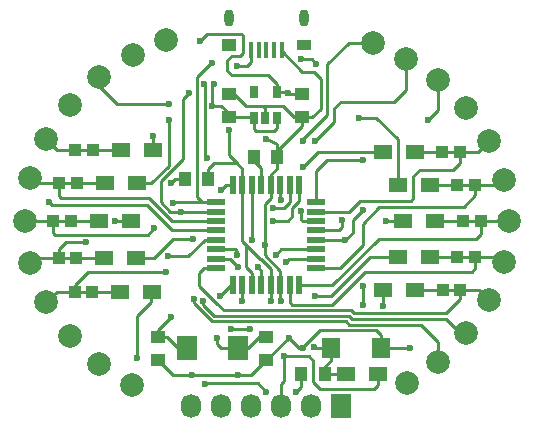
<source format=gbl>
G04 #@! TF.FileFunction,Copper,L2,Bot,Signal*
%FSLAX46Y46*%
G04 Gerber Fmt 4.6, Leading zero omitted, Abs format (unit mm)*
G04 Created by KiCad (PCBNEW 4.0.4-stable) date Thursday, 03 '03e' November '03e' 2016, 09:15:18*
%MOMM*%
%LPD*%
G01*
G04 APERTURE LIST*
%ADD10C,0.100000*%
%ADD11R,1.778000X2.032000*%
%ADD12R,0.400000X1.350000*%
%ADD13R,1.250000X1.000000*%
%ADD14R,1.250000X0.950000*%
%ADD15O,0.800000X1.450000*%
%ADD16R,0.550000X1.600000*%
%ADD17R,1.600000X0.550000*%
%ADD18R,1.727200X2.032000*%
%ADD19O,1.727200X2.032000*%
%ADD20C,2.000000*%
%ADD21R,1.500000X1.300000*%
%ADD22R,1.000000X1.250000*%
%ADD23R,0.650000X1.060000*%
%ADD24R,1.000000X1.000000*%
%ADD25R,1.600000X1.700000*%
%ADD26C,0.600000*%
%ADD27C,0.250000*%
G04 APERTURE END LIST*
D10*
D11*
X122584000Y-139975000D03*
X118266000Y-139975000D03*
D12*
X123725000Y-114775000D03*
X124374100Y-114775000D03*
X125025000Y-114775000D03*
X125674100Y-114775000D03*
X126325000Y-114775000D03*
D13*
X121825000Y-114350000D03*
D14*
X128225000Y-114350000D03*
D15*
X121825000Y-112100000D03*
X128225000Y-112100000D03*
D16*
X127800000Y-134700000D03*
X127000000Y-134700000D03*
X126200000Y-134700000D03*
X125400000Y-134700000D03*
X124600000Y-134700000D03*
X123800000Y-134700000D03*
X123000000Y-134700000D03*
X122200000Y-134700000D03*
D17*
X120750000Y-133250000D03*
X120750000Y-132450000D03*
X120750000Y-131650000D03*
X120750000Y-130850000D03*
X120750000Y-130050000D03*
X120750000Y-129250000D03*
X120750000Y-128450000D03*
X120750000Y-127650000D03*
D16*
X122200000Y-126200000D03*
X123000000Y-126200000D03*
X123800000Y-126200000D03*
X124600000Y-126200000D03*
X125400000Y-126200000D03*
X126200000Y-126200000D03*
X127000000Y-126200000D03*
X127800000Y-126200000D03*
D17*
X129250000Y-127650000D03*
X129250000Y-128450000D03*
X129250000Y-129250000D03*
X129250000Y-130050000D03*
X129250000Y-130850000D03*
X129250000Y-131650000D03*
X129250000Y-132450000D03*
X129250000Y-133250000D03*
D18*
X131350000Y-144900000D03*
D19*
X128810000Y-144900000D03*
X126270000Y-144900000D03*
X123730000Y-144900000D03*
X121190000Y-144900000D03*
X118650000Y-144900000D03*
D20*
X108375000Y-119450000D03*
X106375000Y-122300000D03*
X105025000Y-125650000D03*
X104550000Y-129225000D03*
X105025000Y-132825000D03*
X106375000Y-136150000D03*
X108375000Y-139000000D03*
X110875000Y-141375000D03*
X141950000Y-119675000D03*
X143850000Y-122500000D03*
X134075000Y-114150000D03*
X136875000Y-115525000D03*
X139525000Y-117350000D03*
X145125000Y-125750000D03*
X145575000Y-129250000D03*
X145125000Y-132700000D03*
X143875000Y-135950000D03*
X141925000Y-138775000D03*
X113725000Y-115225000D03*
X116525000Y-113925000D03*
X113675000Y-143175000D03*
X136900000Y-142950000D03*
X139550000Y-141150000D03*
X110875000Y-117100000D03*
D21*
X138850000Y-126225000D03*
X136150000Y-126225000D03*
X139325000Y-129225000D03*
X136625000Y-129225000D03*
X110850000Y-129225000D03*
X113550000Y-129225000D03*
X111300000Y-132350000D03*
X114000000Y-132350000D03*
X112650000Y-135250000D03*
X115350000Y-135250000D03*
X112725000Y-123225000D03*
X115425000Y-123225000D03*
X111350000Y-126075000D03*
X114050000Y-126075000D03*
X137600000Y-135075000D03*
X134900000Y-135075000D03*
X137575000Y-123400000D03*
X134875000Y-123400000D03*
X138850000Y-132275000D03*
X136150000Y-132275000D03*
D13*
X121875000Y-120475000D03*
X121875000Y-118475000D03*
X128050000Y-118475000D03*
X128050000Y-120475000D03*
D22*
X123950000Y-123825000D03*
X125950000Y-123825000D03*
X129950000Y-142225000D03*
X127950000Y-142225000D03*
D13*
X124975000Y-141050000D03*
X124975000Y-139050000D03*
X115850000Y-141050000D03*
X115850000Y-139050000D03*
D22*
X120125000Y-125725000D03*
X118125000Y-125725000D03*
D23*
X125900000Y-120550000D03*
X124950000Y-120550000D03*
X124000000Y-120550000D03*
X124000000Y-118350000D03*
X125900000Y-118350000D03*
D24*
X142700000Y-126175000D03*
X141200000Y-126175000D03*
X143175000Y-129225000D03*
X141675000Y-129225000D03*
X107000000Y-129225000D03*
X108500000Y-129225000D03*
X107450000Y-132375000D03*
X108950000Y-132375000D03*
X108800000Y-135250000D03*
X110300000Y-135250000D03*
X108850000Y-123225000D03*
X110350000Y-123225000D03*
X107500000Y-126075000D03*
X109000000Y-126075000D03*
X141450000Y-135075000D03*
X139950000Y-135075000D03*
X141425000Y-123400000D03*
X139925000Y-123400000D03*
X142700000Y-132275000D03*
X141200000Y-132275000D03*
D25*
X130500000Y-139975000D03*
X134700000Y-139975000D03*
D21*
X131800000Y-142225000D03*
X134500000Y-142225000D03*
D26*
X128125000Y-139975000D03*
X137200000Y-140000000D03*
X125000000Y-122275000D03*
X118750000Y-142325000D03*
X122600000Y-142300000D03*
X126260000Y-136030000D03*
X126925000Y-139125000D03*
X124875000Y-131325000D03*
X124300000Y-133175000D03*
X116975000Y-126050000D03*
X112175000Y-129250000D03*
X115450000Y-122025000D03*
X119425000Y-114050000D03*
X125425000Y-136000000D03*
X126550000Y-140725000D03*
X126850000Y-118425000D03*
X121875000Y-121525000D03*
X120840000Y-139200000D03*
X123000000Y-136000000D03*
X121125000Y-135575000D03*
X116950000Y-137400000D03*
X116675000Y-132225000D03*
X106650000Y-127675000D03*
X125550000Y-128175000D03*
X125550000Y-129225000D03*
X133200000Y-124125000D03*
X127925000Y-128425000D03*
X128150000Y-122500000D03*
X129125000Y-122500000D03*
X131450000Y-129175000D03*
X129250000Y-115925000D03*
X127940000Y-115520000D03*
X131725000Y-130850000D03*
X129075000Y-139925000D03*
X133250000Y-136325000D03*
X133250000Y-134775000D03*
X138700000Y-120700000D03*
X133250000Y-128325000D03*
X127550000Y-143725000D03*
X125025000Y-143700000D03*
X119850000Y-143050000D03*
X123825000Y-130900000D03*
X126225000Y-127500000D03*
X125820000Y-132100000D03*
X122040000Y-138400000D03*
X123650000Y-138420000D03*
X126650000Y-132710000D03*
X122600000Y-133125000D03*
X119675000Y-136050000D03*
X118875000Y-135825000D03*
X122550000Y-132150000D03*
X118470000Y-118430000D03*
X115550000Y-129875000D03*
X117800000Y-128450000D03*
X120460000Y-115850000D03*
X117150000Y-127750000D03*
X109750000Y-131050000D03*
X119775000Y-117650000D03*
X120000000Y-123925000D03*
X116500000Y-133550000D03*
X121200000Y-126625000D03*
X120450000Y-119500000D03*
X120600000Y-117625000D03*
X122500000Y-116100000D03*
X116780000Y-119380000D03*
X132900000Y-120525000D03*
X135125000Y-129225000D03*
X118800000Y-130775000D03*
X114075000Y-140850000D03*
X116750000Y-120690000D03*
X134925000Y-136425000D03*
X128100000Y-124675000D03*
X129175000Y-135625000D03*
D27*
X125950000Y-123825000D02*
X125950000Y-123340000D01*
X125950000Y-123340000D02*
X128050000Y-121240000D01*
X128050000Y-121240000D02*
X128050000Y-120475000D01*
X128050000Y-120475000D02*
X128925000Y-120475000D01*
X128050000Y-116625000D02*
X126325000Y-114900000D01*
X129025000Y-116625000D02*
X128050000Y-116625000D01*
X129650000Y-117250000D02*
X129025000Y-116625000D01*
X129650000Y-119750000D02*
X129650000Y-117250000D01*
X128925000Y-120475000D02*
X129650000Y-119750000D01*
X126325000Y-114900000D02*
X126325000Y-114775000D01*
X128125000Y-139975000D02*
X128125000Y-139925000D01*
X134700000Y-138875000D02*
X134700000Y-139975000D01*
X134350002Y-138525002D02*
X134700000Y-138875000D01*
X129524998Y-138525002D02*
X134350002Y-138525002D01*
X128125000Y-139925000D02*
X129524998Y-138525002D01*
X126925000Y-139125000D02*
X126975000Y-139125000D01*
X127825000Y-139975000D02*
X128125000Y-139975000D01*
X126975000Y-139125000D02*
X127825000Y-139975000D01*
X137200000Y-140000000D02*
X137175000Y-139975000D01*
X137175000Y-139975000D02*
X134700000Y-139975000D01*
X124700000Y-119500000D02*
X126425000Y-119500000D01*
X127400000Y-120475000D02*
X128050000Y-120475000D01*
X126425000Y-119500000D02*
X127400000Y-120475000D01*
X121875000Y-118475000D02*
X122300000Y-118475000D01*
X122300000Y-118475000D02*
X123325000Y-119500000D01*
X123325000Y-119500000D02*
X124700000Y-119500000D01*
X124700000Y-119500000D02*
X124950000Y-119750000D01*
X124950000Y-119750000D02*
X124950000Y-120550000D01*
X125000000Y-122275000D02*
X125050000Y-122275000D01*
X125950000Y-122775000D02*
X125950000Y-123825000D01*
X125050000Y-122275000D02*
X125950000Y-122775000D01*
X125400000Y-126200000D02*
X125400000Y-125325000D01*
X125400000Y-125325000D02*
X125950000Y-124775000D01*
X125950000Y-124775000D02*
X125950000Y-123825000D01*
X118125000Y-125725000D02*
X117300000Y-125725000D01*
X117300000Y-125725000D02*
X116975000Y-126050000D01*
X122600000Y-142300000D02*
X123725000Y-142300000D01*
X123725000Y-142300000D02*
X124975000Y-141050000D01*
X117125000Y-142325000D02*
X115850000Y-141050000D01*
X122575000Y-142325000D02*
X118750000Y-142325000D01*
X118750000Y-142325000D02*
X117125000Y-142325000D01*
X122600000Y-142300000D02*
X122575000Y-142325000D01*
X126200000Y-134700000D02*
X126160000Y-135930000D01*
X126160000Y-135930000D02*
X126260000Y-136030000D01*
X126925000Y-139125000D02*
X125000000Y-141050000D01*
X125000000Y-141050000D02*
X124975000Y-141050000D01*
X124600000Y-134700000D02*
X124600000Y-133475000D01*
X124600000Y-133475000D02*
X124300000Y-133175000D01*
X125400000Y-126200000D02*
X125400000Y-127325000D01*
X125400000Y-127325000D02*
X124875000Y-127850000D01*
X124875000Y-127850000D02*
X124875000Y-131325000D01*
X126200000Y-133450000D02*
X126200000Y-134700000D01*
X124875000Y-131325000D02*
X124875000Y-132125000D01*
X124875000Y-132125000D02*
X126200000Y-133450000D01*
X112200000Y-129225000D02*
X113550000Y-129225000D01*
X112175000Y-129250000D02*
X112200000Y-129225000D01*
X115425000Y-122050000D02*
X115425000Y-123225000D01*
X115450000Y-122025000D02*
X115425000Y-122050000D01*
X144700000Y-132275000D02*
X145125000Y-132700000D01*
X142700000Y-132275000D02*
X144700000Y-132275000D01*
X127000000Y-136150000D02*
X127180000Y-136330000D01*
X142700000Y-133275000D02*
X142700000Y-132275000D01*
X127000000Y-134700000D02*
X127000000Y-136150000D01*
X127180000Y-136330000D02*
X130595000Y-136330000D01*
X130595000Y-136330000D02*
X133375000Y-133550000D01*
X133375000Y-133550000D02*
X142425000Y-133550000D01*
X142425000Y-133550000D02*
X142700000Y-133275000D01*
X125200000Y-116925000D02*
X122075000Y-116925000D01*
X125900000Y-117625000D02*
X125200000Y-116925000D01*
X125900000Y-118350000D02*
X125900000Y-117625000D01*
X122075000Y-115300000D02*
X122775000Y-115300000D01*
X121725000Y-115650000D02*
X122075000Y-115300000D01*
X121725000Y-116575000D02*
X121725000Y-115650000D01*
X122075000Y-116925000D02*
X121725000Y-116575000D01*
X122950000Y-113450000D02*
X120025000Y-113450000D01*
X120025000Y-113450000D02*
X119425000Y-114050000D01*
X123050000Y-113550000D02*
X122950000Y-113450000D01*
X123050000Y-115025000D02*
X123050000Y-113550000D01*
X122775000Y-115300000D02*
X123050000Y-115025000D01*
X126550000Y-140725000D02*
X128600000Y-140725000D01*
X134500000Y-143150000D02*
X134500000Y-142225000D01*
X134175000Y-143475000D02*
X134500000Y-143150000D01*
X129525000Y-143475000D02*
X134175000Y-143475000D01*
X128950000Y-142900000D02*
X129525000Y-143475000D01*
X128950000Y-141075000D02*
X128950000Y-142900000D01*
X128600000Y-140725000D02*
X128950000Y-141075000D01*
X126270000Y-144900000D02*
X126270000Y-143055000D01*
X125400000Y-135975000D02*
X125425000Y-136000000D01*
X125400000Y-135975000D02*
X125400000Y-134700000D01*
X126550000Y-142775000D02*
X126550000Y-140725000D01*
X126270000Y-143055000D02*
X126550000Y-142775000D01*
X121875000Y-123700000D02*
X122550000Y-124375000D01*
X126850000Y-118425000D02*
X126825000Y-118400000D01*
X126825000Y-118400000D02*
X126825000Y-118475000D01*
X121875000Y-121525000D02*
X121875000Y-123700000D01*
X120125000Y-125725000D02*
X120125000Y-124850000D01*
X120125000Y-124850000D02*
X120600000Y-124375000D01*
X120600000Y-124375000D02*
X122550000Y-124375000D01*
X122550000Y-124375000D02*
X123000000Y-124825000D01*
X123000000Y-126200000D02*
X123000000Y-124825000D01*
X125900000Y-118350000D02*
X126700000Y-118350000D01*
X126825000Y-118475000D02*
X128050000Y-118475000D01*
X123800000Y-134700000D02*
X123800000Y-133650000D01*
X123325000Y-131300000D02*
X123000000Y-130975000D01*
X123325000Y-133175000D02*
X123325000Y-131300000D01*
X123800000Y-133650000D02*
X123325000Y-133175000D01*
X124550000Y-132500000D02*
X124525000Y-132500000D01*
X124525000Y-132500000D02*
X123000000Y-130975000D01*
X124550000Y-132500000D02*
X125400000Y-133350000D01*
X125400000Y-133350000D02*
X125400000Y-134700000D01*
X123000000Y-126200000D02*
X123000000Y-130975000D01*
X126700000Y-118350000D02*
X126825000Y-118475000D01*
X122584000Y-139975000D02*
X121185000Y-139975000D01*
X120840000Y-139630000D02*
X120840000Y-139200000D01*
X121185000Y-139975000D02*
X120840000Y-139630000D01*
X122584000Y-139975000D02*
X121825000Y-139975000D01*
X122975000Y-135975000D02*
X123000000Y-134700000D01*
X123000000Y-136000000D02*
X122975000Y-135975000D01*
X124975000Y-139050000D02*
X124425000Y-139050000D01*
X124425000Y-139050000D02*
X123500000Y-139975000D01*
X123500000Y-139975000D02*
X122584000Y-139975000D01*
X122200000Y-134700000D02*
X122000000Y-134700000D01*
X122000000Y-134700000D02*
X121125000Y-135575000D01*
X116950000Y-137400000D02*
X115850000Y-138500000D01*
X115850000Y-138500000D02*
X115850000Y-139050000D01*
X115850000Y-139050000D02*
X116600000Y-139050000D01*
X116600000Y-139050000D02*
X117525000Y-139975000D01*
X117525000Y-139975000D02*
X118266000Y-139975000D01*
X120750000Y-136175000D02*
X120755000Y-136175000D01*
X132210000Y-136820000D02*
X132465000Y-137075000D01*
X121400000Y-136820000D02*
X132210000Y-136820000D01*
X120755000Y-136175000D02*
X121400000Y-136820000D01*
X120750000Y-133250000D02*
X119775000Y-133250000D01*
X119350000Y-134775000D02*
X120750000Y-136175000D01*
X119350000Y-133675000D02*
X119350000Y-134775000D01*
X119775000Y-133250000D02*
X119350000Y-133675000D01*
X141450000Y-135075000D02*
X141450000Y-135825000D01*
X141450000Y-135825000D02*
X140200000Y-137075000D01*
X140200000Y-137075000D02*
X132465000Y-137075000D01*
X143000000Y-135075000D02*
X143875000Y-135950000D01*
X141450000Y-135075000D02*
X143000000Y-135075000D01*
X118425000Y-132225000D02*
X116675000Y-132225000D01*
X119800000Y-130850000D02*
X118425000Y-132225000D01*
X120750000Y-130850000D02*
X119800000Y-130850000D01*
X108850000Y-123225000D02*
X110350000Y-123225000D01*
X120750000Y-130050000D02*
X117075000Y-130050000D01*
X106875000Y-127900000D02*
X106650000Y-127675000D01*
X114925000Y-127900000D02*
X106875000Y-127900000D01*
X117075000Y-130050000D02*
X114925000Y-127900000D01*
X107300000Y-123225000D02*
X106375000Y-122300000D01*
X108850000Y-123225000D02*
X107300000Y-123225000D01*
X107500000Y-126075000D02*
X109000000Y-126075000D01*
X105450000Y-126075000D02*
X105025000Y-125650000D01*
X107500000Y-126075000D02*
X105450000Y-126075000D01*
X117000000Y-129250000D02*
X115050000Y-127300000D01*
X115050000Y-127300000D02*
X107625000Y-127300000D01*
X107625000Y-127300000D02*
X107500000Y-127175000D01*
X120750000Y-129250000D02*
X117000000Y-129250000D01*
X107500000Y-127175000D02*
X107500000Y-126075000D01*
X123950000Y-123825000D02*
X123950000Y-124150000D01*
X123950000Y-124150000D02*
X124600000Y-124800000D01*
X124600000Y-124800000D02*
X124600000Y-126200000D01*
X125550000Y-128175000D02*
X126500000Y-128175000D01*
X126500000Y-128175000D02*
X127000000Y-127675000D01*
X127000000Y-127675000D02*
X127000000Y-126200000D01*
X125550000Y-129225000D02*
X126850000Y-129225000D01*
X126850000Y-129225000D02*
X127225000Y-128850000D01*
X127225000Y-128850000D02*
X127225000Y-128125000D01*
X127225000Y-128125000D02*
X127800000Y-127550000D01*
X127800000Y-127550000D02*
X127800000Y-126200000D01*
X129250000Y-127650000D02*
X129250000Y-125025000D01*
X130150000Y-124125000D02*
X133200000Y-124125000D01*
X129250000Y-125025000D02*
X130150000Y-124125000D01*
X141425000Y-123400000D02*
X141425000Y-124350000D01*
X132000000Y-128450000D02*
X129250000Y-128450000D01*
X132925000Y-127525000D02*
X132000000Y-128450000D01*
X137250000Y-127525000D02*
X132925000Y-127525000D01*
X137475000Y-127300000D02*
X137250000Y-127525000D01*
X137475000Y-125475000D02*
X137475000Y-127300000D01*
X138000000Y-124950000D02*
X137475000Y-125475000D01*
X140825000Y-124950000D02*
X138000000Y-124950000D01*
X141425000Y-124350000D02*
X140825000Y-124950000D01*
X142950000Y-123400000D02*
X143850000Y-122500000D01*
X141425000Y-123400000D02*
X142950000Y-123400000D01*
X134075000Y-114150000D02*
X132025000Y-114150000D01*
X128075000Y-129250000D02*
X129250000Y-129250000D01*
X127925000Y-129100000D02*
X128075000Y-129250000D01*
X127925000Y-128425000D02*
X127925000Y-129100000D01*
X128150000Y-122325000D02*
X128150000Y-122500000D01*
X130200000Y-120275000D02*
X128150000Y-122325000D01*
X130200000Y-115975000D02*
X130200000Y-120275000D01*
X132025000Y-114150000D02*
X130200000Y-115975000D01*
X136875000Y-115525000D02*
X136875000Y-118145000D01*
X131320000Y-119160000D02*
X130775000Y-119705000D01*
X135860000Y-119160000D02*
X131320000Y-119160000D01*
X136875000Y-118145000D02*
X135860000Y-119160000D01*
X136875000Y-115525000D02*
X136500000Y-115525000D01*
X130775000Y-119705000D02*
X130775000Y-120850000D01*
X131450000Y-129175000D02*
X131450000Y-129775000D01*
X131450000Y-129775000D02*
X131175000Y-130050000D01*
X131175000Y-130050000D02*
X129250000Y-130050000D01*
X130775000Y-120850000D02*
X129125000Y-122500000D01*
X128855000Y-115530000D02*
X129250000Y-115925000D01*
X127950000Y-115530000D02*
X128855000Y-115530000D01*
X127940000Y-115520000D02*
X127950000Y-115530000D01*
X130500000Y-139975000D02*
X129125000Y-139975000D01*
X129075000Y-139925000D02*
X129125000Y-139975000D01*
X133250000Y-134775000D02*
X133250000Y-136325000D01*
X129950000Y-142225000D02*
X131800000Y-142225000D01*
X129950000Y-142225000D02*
X129950000Y-141575000D01*
X130500000Y-141025000D02*
X130500000Y-139975000D01*
X129950000Y-141575000D02*
X130500000Y-141025000D01*
X131750000Y-130850000D02*
X132400000Y-130200000D01*
X138700000Y-120700000D02*
X139525000Y-119875000D01*
X139525000Y-119875000D02*
X139525000Y-117350000D01*
X131725000Y-130850000D02*
X131750000Y-130850000D01*
X132400000Y-130200000D02*
X132400000Y-129175000D01*
X132400000Y-129175000D02*
X133250000Y-128325000D01*
X129250000Y-130850000D02*
X131725000Y-130850000D01*
X127550000Y-143725000D02*
X127575000Y-143725000D01*
X124325000Y-143000000D02*
X125025000Y-143700000D01*
X119900000Y-143000000D02*
X124325000Y-143000000D01*
X119850000Y-143050000D02*
X119900000Y-143000000D01*
X127950000Y-143350000D02*
X127950000Y-142225000D01*
X127575000Y-143725000D02*
X127950000Y-143350000D01*
X123800000Y-126200000D02*
X123800000Y-130875000D01*
X123800000Y-130875000D02*
X123825000Y-130900000D01*
X126225000Y-127500000D02*
X126200000Y-127475000D01*
X126200000Y-127475000D02*
X126200000Y-126200000D01*
X129250000Y-131650000D02*
X126270000Y-131650000D01*
X126270000Y-131650000D02*
X125820000Y-132100000D01*
X129250000Y-132450000D02*
X126910000Y-132450000D01*
X123630000Y-138400000D02*
X122040000Y-138400000D01*
X123650000Y-138420000D02*
X123630000Y-138400000D01*
X126910000Y-132450000D02*
X126650000Y-132710000D01*
X143175000Y-129225000D02*
X145550000Y-129225000D01*
X143175000Y-130375000D02*
X143175000Y-129225000D01*
X142800000Y-130750000D02*
X143175000Y-130375000D01*
X134550000Y-130750000D02*
X142800000Y-130750000D01*
X130600000Y-134700000D02*
X134550000Y-130750000D01*
X145550000Y-129225000D02*
X145575000Y-129250000D01*
X127800000Y-134700000D02*
X130600000Y-134700000D01*
X119675000Y-136050000D02*
X119675000Y-136335000D01*
X132010002Y-137270002D02*
X132315000Y-137575000D01*
X120610002Y-137270002D02*
X132010002Y-137270002D01*
X119675000Y-136335000D02*
X120610002Y-137270002D01*
X120750000Y-132450000D02*
X121925000Y-132450000D01*
X122600000Y-133125000D02*
X121925000Y-132450000D01*
X140250000Y-137575000D02*
X132315000Y-137575000D01*
X140250000Y-137575000D02*
X141450000Y-138775000D01*
X141925000Y-138775000D02*
X141450000Y-138775000D01*
X118875000Y-135825000D02*
X118875000Y-136205000D01*
X131730000Y-137750000D02*
X132055000Y-138075000D01*
X120420000Y-137750000D02*
X131730000Y-137750000D01*
X118875000Y-136205000D02*
X120420000Y-137750000D01*
X139550000Y-141150000D02*
X139550000Y-139525000D01*
X139550000Y-139525000D02*
X138100000Y-138075000D01*
X138100000Y-138075000D02*
X132055000Y-138075000D01*
X122375000Y-131650000D02*
X120750000Y-131650000D01*
X122550000Y-132150000D02*
X122550000Y-131825000D01*
X122550000Y-131825000D02*
X122375000Y-131650000D01*
X107000000Y-129225000D02*
X108500000Y-129225000D01*
X118000000Y-124000000D02*
X118000000Y-118900000D01*
X116100000Y-125900000D02*
X116100000Y-127675000D01*
X118000000Y-124000000D02*
X116100000Y-125900000D01*
X116875000Y-128450000D02*
X117800000Y-128450000D01*
X116100000Y-127675000D02*
X116875000Y-128450000D01*
X118000000Y-118900000D02*
X118470000Y-118430000D01*
X107000000Y-129225000D02*
X107000000Y-130300000D01*
X107100000Y-130400000D02*
X115025000Y-130400000D01*
X115025000Y-130400000D02*
X115550000Y-129875000D01*
X107000000Y-130300000D02*
X107100000Y-130400000D01*
X117800000Y-128450000D02*
X120750000Y-128450000D01*
X107000000Y-129225000D02*
X104550000Y-129225000D01*
X119120000Y-117810000D02*
X119120000Y-117050000D01*
X120320000Y-115850000D02*
X120460000Y-115850000D01*
X119120000Y-117050000D02*
X120320000Y-115850000D01*
X107450000Y-132375000D02*
X108950000Y-132375000D01*
X119120000Y-123895000D02*
X119125000Y-123900000D01*
X119120000Y-117810000D02*
X119120000Y-123895000D01*
X119575000Y-127650000D02*
X119125000Y-127200000D01*
X119125000Y-123900000D02*
X119125000Y-127200000D01*
X119575000Y-127650000D02*
X117250000Y-127650000D01*
X117250000Y-127650000D02*
X117150000Y-127750000D01*
X120750000Y-127650000D02*
X119575000Y-127650000D01*
X107450000Y-131625000D02*
X107450000Y-132375000D01*
X109750000Y-131050000D02*
X108025000Y-131050000D01*
X108025000Y-131050000D02*
X107450000Y-131625000D01*
X105475000Y-132375000D02*
X105025000Y-132825000D01*
X107450000Y-132375000D02*
X105475000Y-132375000D01*
X119800000Y-117675000D02*
X119800000Y-123725000D01*
X119800000Y-123725000D02*
X120000000Y-123925000D01*
X119800000Y-117675000D02*
X119775000Y-117650000D01*
X119775000Y-117650000D02*
X119800000Y-117675000D01*
X108800000Y-135250000D02*
X110300000Y-135250000D01*
X108800000Y-135250000D02*
X108800000Y-134700000D01*
X109950000Y-133550000D02*
X116500000Y-133550000D01*
X108800000Y-134700000D02*
X109950000Y-133550000D01*
X121625000Y-126200000D02*
X122200000Y-126200000D01*
X121200000Y-126625000D02*
X121625000Y-126200000D01*
X122175000Y-126225000D02*
X122200000Y-126200000D01*
X108800000Y-135250000D02*
X107275000Y-135250000D01*
X107275000Y-135250000D02*
X106375000Y-136150000D01*
X144700000Y-126175000D02*
X145125000Y-125750000D01*
X142700000Y-126175000D02*
X144700000Y-126175000D01*
X131250000Y-133250000D02*
X133175000Y-131325000D01*
X133175000Y-131325000D02*
X133175000Y-129475000D01*
X133175000Y-129475000D02*
X134600000Y-128050000D01*
X134600000Y-128050000D02*
X141725000Y-128050000D01*
X141725000Y-128050000D02*
X142700000Y-127075000D01*
X142700000Y-127075000D02*
X142700000Y-126175000D01*
X129250000Y-133250000D02*
X131250000Y-133250000D01*
X110875000Y-117100000D02*
X110875000Y-117865000D01*
X110875000Y-117865000D02*
X112390000Y-119380000D01*
X112390000Y-119380000D02*
X116780000Y-119380000D01*
X123725000Y-114775000D02*
X123725000Y-115750000D01*
X120450000Y-117775000D02*
X120450000Y-119500000D01*
X120600000Y-117625000D02*
X120450000Y-117775000D01*
X123375000Y-116100000D02*
X122500000Y-116100000D01*
X123725000Y-115750000D02*
X123375000Y-116100000D01*
X121875000Y-120475000D02*
X121875000Y-120150000D01*
X121875000Y-120150000D02*
X121225000Y-119500000D01*
X121225000Y-119500000D02*
X120450000Y-119500000D01*
X124000000Y-120550000D02*
X124000000Y-121425000D01*
X125900000Y-121375000D02*
X125900000Y-120550000D01*
X125675000Y-121600000D02*
X125900000Y-121375000D01*
X124175000Y-121600000D02*
X125675000Y-121600000D01*
X124000000Y-121425000D02*
X124175000Y-121600000D01*
X121875000Y-120475000D02*
X123925000Y-120475000D01*
X123925000Y-120475000D02*
X124000000Y-120550000D01*
X136150000Y-126225000D02*
X136150000Y-122325000D01*
X134350000Y-120525000D02*
X132900000Y-120525000D01*
X136150000Y-122325000D02*
X134350000Y-120525000D01*
X135125000Y-129225000D02*
X136625000Y-129225000D01*
X115500000Y-132350000D02*
X114000000Y-132350000D01*
X117100000Y-130750000D02*
X115500000Y-132350000D01*
X118775000Y-130750000D02*
X117100000Y-130750000D01*
X118800000Y-130775000D02*
X118775000Y-130750000D01*
X115225000Y-136150000D02*
X115225000Y-135375000D01*
X114075000Y-137300000D02*
X115225000Y-136150000D01*
X114075000Y-140850000D02*
X114075000Y-137300000D01*
X115225000Y-135375000D02*
X115350000Y-135250000D01*
X115250000Y-126075000D02*
X116750000Y-124575000D01*
X116750000Y-124575000D02*
X116750000Y-120690000D01*
X114050000Y-126075000D02*
X115250000Y-126075000D01*
X134900000Y-136400000D02*
X134900000Y-135075000D01*
X134925000Y-136425000D02*
X134900000Y-136400000D01*
X134875000Y-123400000D02*
X129375000Y-123400000D01*
X129375000Y-123400000D02*
X128100000Y-124675000D01*
X136150000Y-132275000D02*
X133825000Y-132275000D01*
X130475000Y-135625000D02*
X129175000Y-135625000D01*
X133825000Y-132275000D02*
X130475000Y-135625000D01*
X141200000Y-126175000D02*
X142700000Y-126175000D01*
X141150000Y-126225000D02*
X141200000Y-126175000D01*
X138850000Y-126225000D02*
X141150000Y-126225000D01*
X141675000Y-129225000D02*
X143175000Y-129225000D01*
X139325000Y-129225000D02*
X141675000Y-129225000D01*
X108500000Y-129225000D02*
X110850000Y-129225000D01*
X111275000Y-132375000D02*
X111300000Y-132350000D01*
X108950000Y-132375000D02*
X111275000Y-132375000D01*
X110300000Y-135250000D02*
X112650000Y-135250000D01*
X110350000Y-123225000D02*
X112725000Y-123225000D01*
X109000000Y-126075000D02*
X111350000Y-126075000D01*
X139950000Y-135075000D02*
X141450000Y-135075000D01*
X137600000Y-135075000D02*
X139950000Y-135075000D01*
X139925000Y-123400000D02*
X141425000Y-123400000D01*
X137575000Y-123400000D02*
X139925000Y-123400000D01*
X141200000Y-132275000D02*
X142700000Y-132275000D01*
X138850000Y-132275000D02*
X141200000Y-132275000D01*
M02*

</source>
